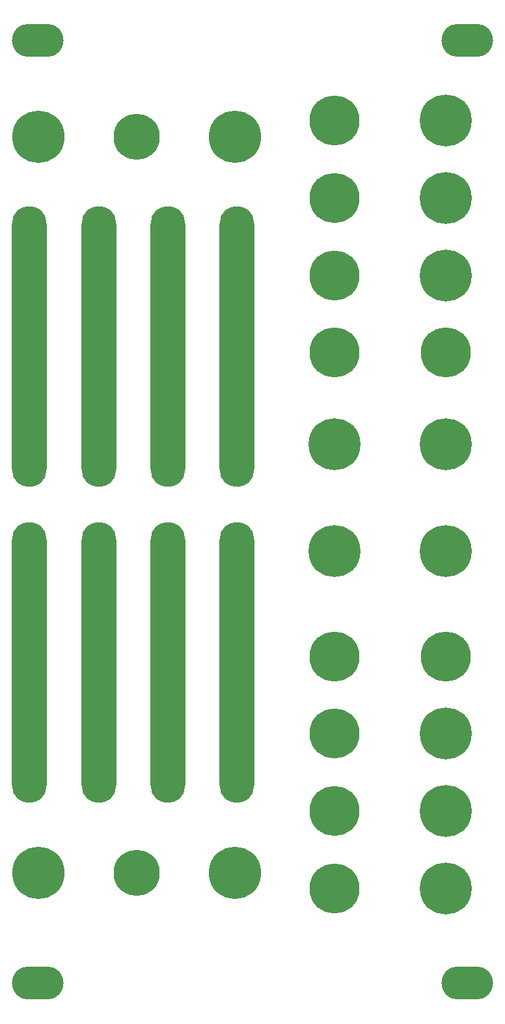
<source format=gbr>
%TF.GenerationSoftware,KiCad,Pcbnew,7.0.1-0*%
%TF.CreationDate,2024-01-26T10:10:29+13:00*%
%TF.ProjectId,MOL,4d4f4c2e-6b69-4636-9164-5f7063625858,rev?*%
%TF.SameCoordinates,Original*%
%TF.FileFunction,Soldermask,Bot*%
%TF.FilePolarity,Negative*%
%FSLAX46Y46*%
G04 Gerber Fmt 4.6, Leading zero omitted, Abs format (unit mm)*
G04 Created by KiCad (PCBNEW 7.0.1-0) date 2024-01-26 10:10:29*
%MOMM*%
%LPD*%
G01*
G04 APERTURE LIST*
%ADD10C,6.500000*%
%ADD11C,6.000000*%
%ADD12C,6.750000*%
%ADD13C,6.800000*%
%ADD14O,6.715000X4.302000*%
%ADD15O,4.500000X36.500000*%
G04 APERTURE END LIST*
D10*
%TO.C,JH1*%
X242030000Y-40200000D03*
%TD*%
%TO.C,JH4*%
X242030000Y-129950000D03*
%TD*%
%TO.C,JH3*%
X242030000Y-109850000D03*
%TD*%
D11*
%TO.C,BH1*%
X216280000Y-42300000D03*
%TD*%
D12*
%TO.C,JH16*%
X256480000Y-140000000D03*
%TD*%
D10*
%TO.C,JH7*%
X256480000Y-109850000D03*
%TD*%
D11*
%TO.C,BH2*%
X216280000Y-137950000D03*
%TD*%
D12*
%TO.C,PH10*%
X256490000Y-82300000D03*
%TD*%
%TO.C,JH8*%
X256480000Y-129950000D03*
%TD*%
D13*
%TO.C,SH3*%
X203480000Y-137950000D03*
%TD*%
D10*
%TO.C,JH9*%
X242030000Y-50250000D03*
%TD*%
D12*
%TO.C,JH13*%
X256480000Y-50250000D03*
%TD*%
D14*
%TO.C,J20*%
X259300000Y-29800000D03*
%TD*%
D15*
%TO.C,PH7*%
X220340000Y-110670000D03*
%TD*%
D12*
%TO.C,PH9*%
X242030000Y-82300000D03*
%TD*%
D15*
%TO.C,PH5*%
X202320000Y-110670000D03*
%TD*%
D12*
%TO.C,JH15*%
X256480000Y-119900000D03*
%TD*%
D10*
%TO.C,JH2*%
X242030000Y-60300000D03*
%TD*%
%TO.C,JH14*%
X256480000Y-70350000D03*
%TD*%
D14*
%TO.C,J19*%
X203400000Y-29800000D03*
%TD*%
D15*
%TO.C,PH4*%
X229320000Y-69570000D03*
%TD*%
D10*
%TO.C,JH11*%
X242030000Y-119900000D03*
%TD*%
D13*
%TO.C,SH2*%
X229080000Y-42300000D03*
%TD*%
D10*
%TO.C,JH12*%
X242030000Y-140000000D03*
%TD*%
%TO.C,JH10*%
X242030000Y-70350000D03*
%TD*%
D15*
%TO.C,PH8*%
X229320000Y-110670000D03*
%TD*%
D13*
%TO.C,SH1*%
X203480000Y-42300000D03*
%TD*%
D15*
%TO.C,PH2*%
X211330000Y-69570000D03*
%TD*%
D12*
%TO.C,PH11*%
X242020000Y-96150000D03*
%TD*%
D13*
%TO.C,SH4*%
X229080000Y-137950000D03*
%TD*%
D14*
%TO.C,J21*%
X203400000Y-152300000D03*
%TD*%
D15*
%TO.C,PH6*%
X211330000Y-110670000D03*
%TD*%
%TO.C,PH1*%
X202320000Y-69570000D03*
%TD*%
D14*
%TO.C,J18*%
X259300000Y-152300000D03*
%TD*%
D12*
%TO.C,JH6*%
X256480000Y-60300000D03*
%TD*%
D15*
%TO.C,PH3*%
X220330000Y-69570000D03*
%TD*%
D12*
%TO.C,JH5*%
X256480000Y-40200000D03*
%TD*%
%TO.C,PH12*%
X256480000Y-96150000D03*
%TD*%
M02*

</source>
